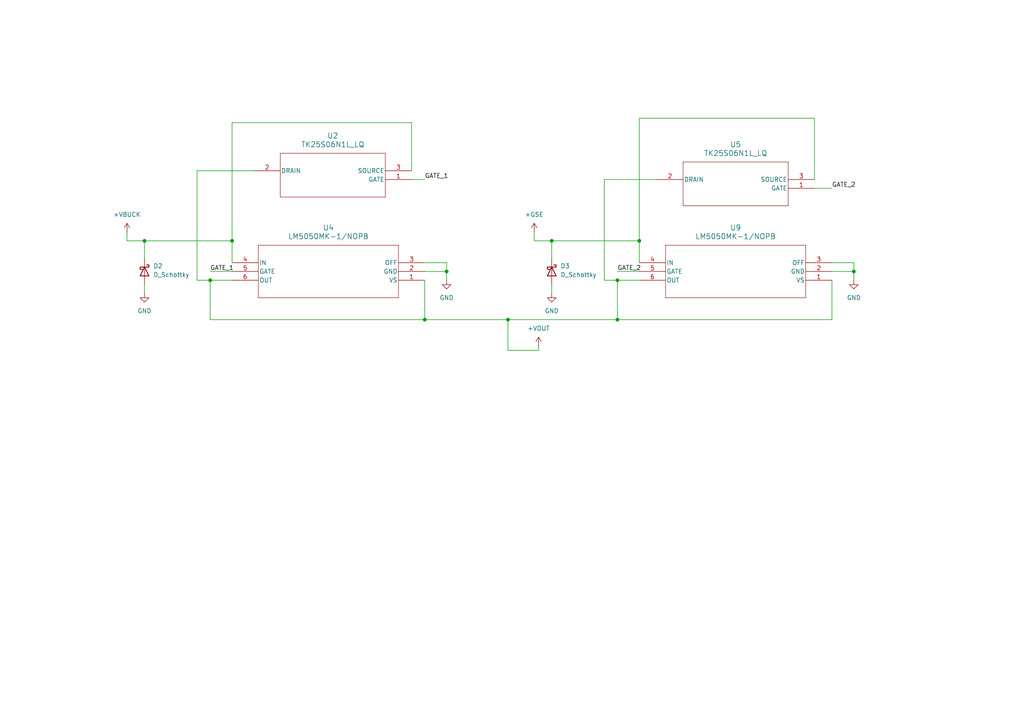
<source format=kicad_sch>
(kicad_sch (version 20250114) (generator "eeschema") (generator_version "9.0")
  (paper "A4")
  (lib_symbols
    (symbol "Device:D_Schottky" (pin_numbers (hide yes)) (pin_names (offset 1.016) (hide yes))
      (property "Reference" "D" (at 0 2.54 0))
      (property "Value" "D_Schottky" (at 0 -2.54 0))
      (symbol "D_Schottky_0_1"
        (polyline (pts (xy -1.905 0.635) (xy -1.905 1.27) (xy -1.27 1.27) (xy -1.27 -1.27) (xy -0.635 -1.27) (xy -0.635 -0.635)) (stroke (width 0.254)))
        (polyline (pts (xy 1.27 1.27) (xy 1.27 -1.27) (xy -1.27 0) (xy 1.27 1.27)) (stroke (width 0.254)))
        (polyline (pts (xy 1.27 0) (xy -1.27 0)))
      )
      (symbol "D_Schottky_1_1"
        (pin passive line (at -3.81 0 0) (length 2.54) (name "K") (number "1"))
        (pin passive line (at 3.81 0 180) (length 2.54) (name "A") (number "2"))
      )
    )
    (symbol "LM5050MK:LM5050MK-1_NOPB" (pin_names (offset 0.254))
      (property "Reference" "U" (at 27.94 10.16 0))
      (property "Value" "LM5050MK-1/NOPB" (at 27.94 7.62 0))
      (symbol "LM5050MK-1_NOPB_0_1"
        (polyline (pts (xy 7.62 5.08) (xy 7.62 -10.16)) (stroke (width 0.127)))
        (polyline (pts (xy 7.62 -10.16) (xy 48.26 -10.16)) (stroke (width 0.127)))
        (polyline (pts (xy 48.26 5.08) (xy 7.62 5.08)) (stroke (width 0.127)))
        (polyline (pts (xy 48.26 -10.16) (xy 48.26 5.08)) (stroke (width 0.127)))
        (pin unspecified line (at 0 0 0) (length 7.62) (name "VS") (number "1"))
        (pin power_in line (at 0 -2.54 0) (length 7.62) (name "GND") (number "2"))
        (pin unspecified line (at 0 -5.08 0) (length 7.62) (name "OFF") (number "3"))
        (pin output line (at 55.88 0 180) (length 7.62) (name "OUT") (number "6"))
        (pin unspecified line (at 55.88 -2.54 180) (length 7.62) (name "GATE") (number "5"))
        (pin input line (at 55.88 -5.08 180) (length 7.62) (name "IN") (number "4"))
      )
    )
    (symbol "TK25S06:TK25S06N1L_LQ" (pin_names (offset 0.254))
      (property "Reference" "U" (at 22.86 10.16 0))
      (property "Value" "TK25S06N1L_LQ" (at 22.86 7.62 0))
      (symbol "TK25S06N1L_LQ_0_1"
        (polyline (pts (xy 7.62 5.08) (xy 7.62 -7.62)) (stroke (width 0.127)))
        (polyline (pts (xy 7.62 -7.62) (xy 38.1 -7.62)) (stroke (width 0.127)))
        (polyline (pts (xy 38.1 5.08) (xy 7.62 5.08)) (stroke (width 0.127)))
        (polyline (pts (xy 38.1 -7.62) (xy 38.1 5.08)) (stroke (width 0.127)))
        (pin unspecified line (at 0 0 0) (length 7.62) (name "GATE") (number "1"))
        (pin unspecified line (at 0 -2.54 0) (length 7.62) (name "SOURCE") (number "3"))
        (pin unspecified line (at 45.72 -2.54 180) (length 7.62) (name "DRAIN") (number "2"))
      )
    )
    (symbol "power:+24V" (power) (pin_numbers (hide yes)) (pin_names (offset 0) (hide yes))
      (property "Value" "+24V" (at 0 3.556 0))
      (symbol "+24V_0_1"
        (polyline (pts (xy -0.762 1.27) (xy 0 2.54)))
        (polyline (pts (xy 0 2.54) (xy 0.762 1.27)))
        (polyline (pts (xy 0 0) (xy 0 2.54)))
      )
      (symbol "+24V_1_1"
        (pin power_in line (at 0 0 90) (length 0) (name "~") (number "1"))
      )
    )
    (symbol "power:GND" (power) (pin_numbers (hide yes)) (pin_names (offset 0) (hide yes))
      (property "Value" "GND" (at 0 -3.81 0))
      (symbol "GND_0_1"
        (polyline (pts (xy 0 0) (xy 0 -1.27) (xy 1.27 -1.27) (xy 0 -2.54) (xy -1.27 -1.27) (xy 0 -1.27)))
      )
      (symbol "GND_1_1"
        (pin power_in line (at 0 0 270) (length 0) (name "~") (number "1"))
      )
    )
  )
  (junction (at 41.91 69.85))
  (junction (at 60.96 81.28))
  (junction (at 160.02 69.85))
  (junction (at 147.32 92.71))
  (junction (at 179.07 92.71))
  (junction (at 67.31 69.85))
  (junction (at 247.65 78.74))
  (junction (at 185.42 69.85))
  (junction (at 123.19 92.71))
  (junction (at 129.54 78.74))
  (junction (at 179.07 81.28))
  (wire (pts (xy 147.32 101.6) (xy 156.21 101.6)))
  (wire (pts (xy 241.3 92.71) (xy 179.07 92.71)))
  (wire (pts (xy 175.26 52.07) (xy 175.26 81.28)))
  (wire (pts (xy 60.96 81.28) (xy 67.31 81.28)))
  (wire (pts (xy 147.32 92.71) (xy 147.32 101.6)))
  (wire (pts (xy 123.19 78.74) (xy 129.54 78.74)))
  (wire (pts (xy 36.83 67.31) (xy 36.83 69.85)))
  (wire (pts (xy 60.96 78.74) (xy 67.31 78.74)))
  (wire (pts (xy 179.07 92.71) (xy 179.07 81.28)))
  (wire (pts (xy 185.42 34.29) (xy 236.22 34.29)))
  (wire (pts (xy 129.54 78.74) (xy 129.54 81.28)))
  (wire (pts (xy 41.91 69.85) (xy 41.91 74.93)))
  (wire (pts (xy 123.19 92.71) (xy 60.96 92.71)))
  (wire (pts (xy 179.07 78.74) (xy 185.42 78.74)))
  (wire (pts (xy 190.5 52.07) (xy 175.26 52.07)))
  (wire (pts (xy 156.21 100.33) (xy 156.21 101.6)))
  (wire (pts (xy 36.83 69.85) (xy 41.91 69.85)))
  (wire (pts (xy 57.15 49.53) (xy 73.66 49.53)))
  (wire (pts (xy 57.15 49.53) (xy 57.15 81.28)))
  (wire (pts (xy 123.19 76.2) (xy 129.54 76.2)))
  (wire (pts (xy 185.42 34.29) (xy 185.42 69.85)))
  (wire (pts (xy 160.02 69.85) (xy 185.42 69.85)))
  (wire (pts (xy 123.19 92.71) (xy 147.32 92.71)))
  (wire (pts (xy 67.31 76.2) (xy 67.31 69.85)))
  (wire (pts (xy 241.3 76.2) (xy 247.65 76.2)))
  (wire (pts (xy 185.42 76.2) (xy 185.42 69.85)))
  (wire (pts (xy 119.38 35.56) (xy 119.38 49.53)))
  (wire (pts (xy 247.65 76.2) (xy 247.65 78.74)))
  (wire (pts (xy 154.94 67.31) (xy 154.94 69.85)))
  (wire (pts (xy 160.02 82.55) (xy 160.02 85.09)))
  (wire (pts (xy 241.3 78.74) (xy 247.65 78.74)))
  (wire (pts (xy 57.15 81.28) (xy 60.96 81.28)))
  (wire (pts (xy 67.31 35.56) (xy 67.31 69.85)))
  (wire (pts (xy 241.3 81.28) (xy 241.3 92.71)))
  (wire (pts (xy 147.32 92.71) (xy 179.07 92.71)))
  (wire (pts (xy 129.54 76.2) (xy 129.54 78.74)))
  (wire (pts (xy 60.96 92.71) (xy 60.96 81.28)))
  (wire (pts (xy 179.07 81.28) (xy 185.42 81.28)))
  (wire (pts (xy 154.94 69.85) (xy 160.02 69.85)))
  (wire (pts (xy 236.22 34.29) (xy 236.22 52.07)))
  (wire (pts (xy 175.26 81.28) (xy 179.07 81.28)))
  (wire (pts (xy 247.65 78.74) (xy 247.65 81.28)))
  (wire (pts (xy 123.19 81.28) (xy 123.19 92.71)))
  (wire (pts (xy 236.22 54.61) (xy 241.3 54.61)))
  (wire (pts (xy 119.38 52.07) (xy 123.19 52.07)))
  (wire (pts (xy 41.91 69.85) (xy 67.31 69.85)))
  (wire (pts (xy 67.31 35.56) (xy 119.38 35.56)))
  (wire (pts (xy 41.91 82.55) (xy 41.91 85.09)))
  (wire (pts (xy 160.02 69.85) (xy 160.02 74.93)))
  (label "GATE_2" (at 241.3 54.61 0))
  (label "GATE_1" (at 60.96 78.74 0))
  (label "GATE_2" (at 179.07 78.74 0))
  (label "GATE_1" (at 123.19 52.07 0))
  (symbol (lib_id "power:GND") (at 41.91 85.09 0) (unit 1)
    (property "Reference" "#PWR013" (effects (hide yes)))
    (property "Value" "GND" (at 41.91 90.17 0))
    (property "Description" "Power symbol creates a global label with name \"GND\" , ground" (effects (hide yes)))
  )
  (symbol (lib_id "TK25S06:TK25S06N1L_LQ") (at 119.38 52.07 180) (unit 1)
    (property "Reference" "U2" (at 96.52 39.37 0) (effects (font (size 1.524 1.524))))
    (property "Value" "TK25S06N1L_LQ" (at 96.52 41.91 0) (effects (font (size 1.524 1.524))))
    (property "Footprint" "footprints:DPAK&plus__TOS" (effects (hide yes)))
    (property "Datasheet" "https://toshiba.semicon-storage.com/info/docget.jsp?did=29749&prodName=TK25S06N1L" (effects (hide yes)))
  )
  (symbol (lib_id "LM5050MK:LM5050MK-1_NOPB") (at 123.19 81.28 180) (unit 1)
    (property "Reference" "U4" (at 95.25 66.04 0) (effects (font (size 1.524 1.524))))
    (property "Value" "LM5050MK-1/NOPB" (at 95.25 68.58 0) (effects (font (size 1.524 1.524))))
    (property "Footprint" "footprints:MK06A" (effects (hide yes)))
    (property "Datasheet" "https://www.ti.com/lit/gpn/lm5050-1" (effects (hide yes)))
  )
  (symbol (lib_id "power:GND") (at 129.54 81.28 0) (unit 1)
    (property "Reference" "#PWR014" (effects (hide yes)))
    (property "Value" "GND" (at 129.54 86.36 0))
    (property "Description" "Power symbol creates a global label with name \"GND\" , ground" (effects (hide yes)))
  )
  (symbol (lib_id "power:+24V") (at 154.94 67.31 0) (unit 1)
    (property "Reference" "#PWR033" (effects (hide yes)))
    (property "Value" "+GSE" (at 154.94 62.23 0))
    (property "Description" "Power symbol creates a global label with name \"+24V\"" (effects (hide yes)))
  )
  (symbol (lib_id "LM5050MK:LM5050MK-1_NOPB") (at 241.3 81.28 180) (unit 1)
    (property "Reference" "U9" (at 213.36 66.04 0) (effects (font (size 1.524 1.524))))
    (property "Value" "LM5050MK-1/NOPB" (at 213.36 68.58 0) (effects (font (size 1.524 1.524))))
    (property "Footprint" "footprints:MK06A" (effects (hide yes)))
    (property "Datasheet" "https://www.ti.com/lit/gpn/lm5050-1" (effects (hide yes)))
  )
  (symbol (lib_id "power:GND") (at 160.02 85.09 0) (unit 1)
    (property "Reference" "#PWR015" (effects (hide yes)))
    (property "Value" "GND" (at 160.02 90.17 0))
    (property "Description" "Power symbol creates a global label with name \"GND\" , ground" (effects (hide yes)))
  )
  (symbol (lib_id "power:GND") (at 247.65 81.28 0) (unit 1)
    (property "Reference" "#PWR016" (effects (hide yes)))
    (property "Value" "GND" (at 247.65 86.36 0))
    (property "Description" "Power symbol creates a global label with name \"GND\" , ground" (effects (hide yes)))
  )
  (symbol (lib_id "power:+24V") (at 156.21 100.33 0) (unit 1)
    (property "Reference" "#PWR032" (effects (hide yes)))
    (property "Value" "+VOUT" (at 156.21 95.25 0))
    (property "Description" "Power symbol creates a global label with name \"+24V\"" (effects (hide yes)))
  )
  (symbol (lib_id "TK25S06:TK25S06N1L_LQ") (at 236.22 54.61 180) (unit 1)
    (property "Reference" "U5" (at 213.36 41.91 0) (effects (font (size 1.524 1.524))))
    (property "Value" "TK25S06N1L_LQ" (at 213.36 44.45 0) (effects (font (size 1.524 1.524))))
    (property "Footprint" "footprints:DPAK&plus__TOS" (effects (hide yes)))
    (property "Datasheet" "https://toshiba.semicon-storage.com/info/docget.jsp?did=29749&prodName=TK25S06N1L" (effects (hide yes)))
  )
  (symbol (lib_id "power:+24V") (at 36.83 67.31 0) (unit 1)
    (property "Reference" "#PWR031" (effects (hide yes)))
    (property "Value" "+VBUCK" (at 36.83 62.23 0))
    (property "Description" "Power symbol creates a global label with name \"+24V\"" (effects (hide yes)))
  )
  (symbol (lib_id "Device:D_Schottky") (at 160.02 78.74 270) (unit 1)
    (property "Reference" "D3" (at 162.56 77.1524 90) (effects (justify left)))
    (property "Value" "D_Schottky" (at 162.56 79.6924 90) (effects (justify left)))
    (property "Footprint" "Diode_SMD:D_0603_1608Metric" (effects (hide yes)))
    (property "Description" "Schottky diode" (effects (hide yes)))
  )
  (symbol (lib_id "Device:D_Schottky") (at 41.91 78.74 270) (unit 1)
    (property "Reference" "D2" (at 44.45 77.1524 90) (effects (justify left)))
    (property "Value" "D_Schottky" (at 44.45 79.6924 90) (effects (justify left)))
    (property "Footprint" "Diode_SMD:D_0603_1608Metric" (effects (hide yes)))
    (property "Description" "Schottky diode" (effects (hide yes)))
  )
)
</source>
